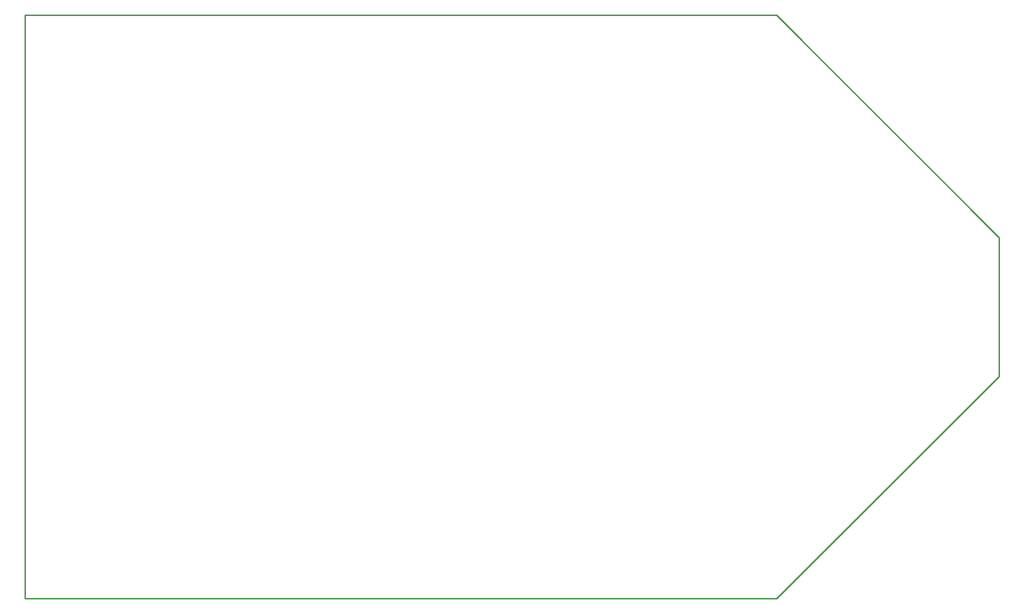
<source format=gko>
G04*
G04 #@! TF.GenerationSoftware,Altium Limited,Altium Designer,20.0.10 (225)*
G04*
G04 Layer_Color=16711935*
%FSLAX24Y24*%
%MOIN*%
G70*
G01*
G75*
%ADD10C,0.0100*%
G54D10*
X0Y41339D02*
X53150D01*
X68898Y25591D01*
Y15748D02*
Y25591D01*
X53150Y0D02*
X68898Y15748D01*
X0Y0D02*
X53150D01*
X0D02*
Y41339D01*
M02*

</source>
